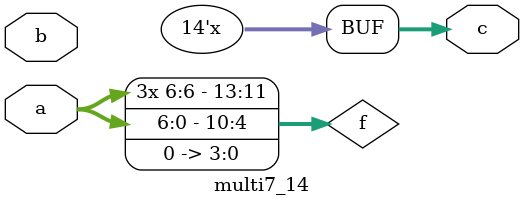
<source format=v>
module multi7_4(input signed [6:0] a, input signed [3:0] b , output reg signed [13:0] c);
  reg signed [27:0] d;
  reg signed [13:0] f=0;
  reg signed [13:0] g=0;
  always @(*) begin
    f[13:4] <= {{3{a[6]}}, a[6:0]};
    g[13:6] <= {{4{b[3]}}, b[3:0]};
  end
  always @(*) begin
    d[27:0]<=f*g;
    c[13:0]<=d[21:8];
  end
endmodule

module multi7_14(input signed [6:0] a,input signed [13:0] b ,output reg signed [13:0] c);
  reg signed [27:0] d;
  reg signed [13:0] f=0;
  always @(*) begin
    f[13:4] <= {{3{a[6]}}, a[6:0]};
  end
  always @(*) begin
    d[27:0]<=f*b;
    c[13:0]<=d[21:8];
  end
endmodule
</source>
